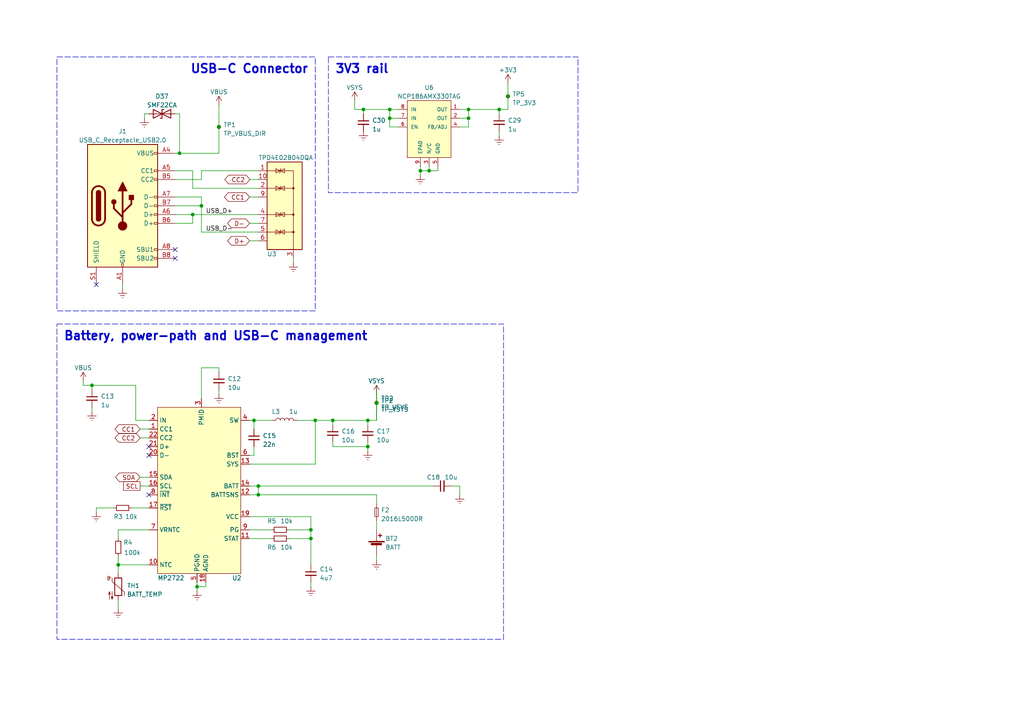
<source format=kicad_sch>
(kicad_sch (version 20230121) (generator eeschema)
  (paper "A4")
  (title_block (title "Aitken - Power") (date "2023-10-29") (rev "0.1") (company "b1u3-22"))
  (lib_symbols
    (symbol "Battery_ICs:MP2722"
      (property "Reference" "U" (at 19.05 -12.7 0))
      (property "Value" "MP2722" (at -5.08 -12.7 0))
      (symbol "MP2722_1_1"
        (rectangle (start -5.08 36.83) (end 19.05 -11.43) (fill (type background)))
        (pin bidirectional line (at -7.62 30.48 0) (length 2.54) (name "CC1") (number "1"))
        (pin passive line (at -7.62 -8.89 0) (length 2.54) (name "NTC") (number "10"))
        (pin passive line (at 21.59 -1.27 180) (length 2.54) (name "STAT") (number "11"))
        (pin passive line (at 21.59 11.43 180) (length 2.54) (name "BATTSNS") (number "12"))
        (pin passive line (at 21.59 20.32 180) (length 2.54) (name "SYS") (number "13"))
        (pin passive line (at 21.59 13.97 180) (length 2.54) (name "BATT") (number "14"))
        (pin bidirectional line (at -7.62 16.51 0) (length 2.54) (name "SDA") (number "15"))
        (pin bidirectional line (at -7.62 13.97 0) (length 2.54) (name "SCL") (number "16"))
        (pin input line (at -7.62 7.62 0) (length 2.54) (name "~{RST}") (number "17"))
        (pin passive line (at 8.89 -13.97 90) (length 2.54) (name "AGND") (number "18"))
        (pin passive line (at 21.59 5.08 180) (length 2.54) (name "VCC") (number "19"))
        (pin power_in line (at -7.62 33.02 0) (length 2.54) (name "IN") (number "2"))
        (pin passive line (at -7.62 22.86 0) (length 2.54) (name "D-") (number "20"))
        (pin passive line (at -7.62 25.4 0) (length 2.54) (name "D+") (number "21"))
        (pin bidirectional line (at -7.62 27.94 0) (length 2.54) (name "CC2") (number "22"))
        (pin passive line (at 7.62 39.37 270) (length 2.54) (name "PMID") (number "3"))
        (pin passive line (at 21.59 33.02 180) (length 2.54) (name "SW") (number "4"))
        (pin passive line (at 6.35 -13.97 90) (length 2.54) (name "PGND") (number "5"))
        (pin passive line (at 21.59 22.86 180) (length 2.54) (name "BST") (number "6"))
        (pin passive line (at -7.62 1.27 0) (length 2.54) (name "VRNTC") (number "7"))
        (pin passive line (at -7.62 11.43 0) (length 2.54) (name "~{INT}") (number "8"))
        (pin passive line (at 21.59 1.27 180) (length 2.54) (name "PG") (number "9"))
      )
    )
    (symbol "Connector:TestPoint_Small" (pin_numbers hide) (pin_names (offset 0.762) hide)
      (property "Reference" "TP" (at 0 3.81 0))
      (property "Value" "TestPoint_Small" (at 0 2.032 0))
      (symbol "TestPoint_Small_0_1"
        (circle (center 0 0) (radius 0.508))
      )
      (symbol "TestPoint_Small_1_1"
        (pin passive line (at 0 0 90) (length 0) (name "1") (number "1"))
      )
    )
    (symbol "Connector:USB_C_Receptacle_USB2.0" (pin_names (offset 1.016))
      (property "Reference" "J" (at -10.16 19.05 0))
      (property "Value" "USB_C_Receptacle_USB2.0" (at 19.05 19.05 0))
      (symbol "USB_C_Receptacle_USB2.0_0_0"
        (rectangle (start -0.254 -17.78) (end 0.254 -16.764))
        (rectangle (start 10.16 -14.986) (end 9.144 -15.494))
        (rectangle (start 10.16 -12.446) (end 9.144 -12.954))
        (rectangle (start 10.16 -4.826) (end 9.144 -5.334))
        (rectangle (start 10.16 -2.286) (end 9.144 -2.794))
        (rectangle (start 10.16 0.254) (end 9.144 -0.254))
        (rectangle (start 10.16 2.794) (end 9.144 2.286))
        (rectangle (start 10.16 7.874) (end 9.144 7.366))
        (rectangle (start 10.16 10.414) (end 9.144 9.906))
        (rectangle (start 10.16 15.494) (end 9.144 14.986))
      )
      (symbol "USB_C_Receptacle_USB2.0_0_1"
        (rectangle (start -10.16 17.78) (end 10.16 -17.78) (stroke (width 0.254)) (fill (type background)))
        (arc (start -8.89 -3.81) (mid -6.985 -5.7067) (end -5.08 -3.81) (stroke (width 0.508)))
        (arc (start -7.62 -3.81) (mid -6.985 -4.4423) (end -6.35 -3.81) (stroke (width 0.254)))
        (arc (start -7.62 -3.81) (mid -6.985 -4.4423) (end -6.35 -3.81) (stroke (width 0.254)) (fill (type outline)))
        (rectangle (start -7.62 -3.81) (end -6.35 3.81) (stroke (width 0.254)) (fill (type outline)))
        (arc (start -6.35 3.81) (mid -6.985 4.4423) (end -7.62 3.81) (stroke (width 0.254)))
        (arc (start -6.35 3.81) (mid -6.985 4.4423) (end -7.62 3.81) (stroke (width 0.254)) (fill (type outline)))
        (arc (start -5.08 3.81) (mid -6.985 5.7067) (end -8.89 3.81) (stroke (width 0.508)))
        (circle (center -2.54 1.143) (radius 0.635) (stroke (width 0.254)) (fill (type outline)))
        (circle (center 0 -5.842) (radius 1.27) (fill (type outline)))
        (polyline (pts (xy -8.89 -3.81) (xy -8.89 3.81)) (stroke (width 0.508)))
        (polyline (pts (xy -5.08 3.81) (xy -5.08 -3.81)) (stroke (width 0.508)))
        (polyline (pts (xy 0 -5.842) (xy 0 4.318)) (stroke (width 0.508)))
        (polyline (pts (xy 0 -3.302) (xy -2.54 -0.762) (xy -2.54 0.508)) (stroke (width 0.508)))
        (polyline (pts (xy 0 -2.032) (xy 2.54 0.508) (xy 2.54 1.778)) (stroke (width 0.508)))
        (polyline (pts (xy -1.27 4.318) (xy 0 6.858) (xy 1.27 4.318) (xy -1.27 4.318)) (stroke (width 0.254)) (fill (type outline)))
        (rectangle (start 1.905 1.778) (end 3.175 3.048) (stroke (width 0.254)) (fill (type outline)))
      )
      (symbol "USB_C_Receptacle_USB2.0_1_1"
        (pin passive line (at 0 -22.86 90) (length 5.08) (name "GND") (number "A1"))
        (pin passive line (at 0 -22.86 90) (length 5.08) hide (name "GND") (number "A12"))
        (pin passive line (at 15.24 15.24 180) (length 5.08) (name "VBUS") (number "A4"))
        (pin bidirectional line (at 15.24 10.16 180) (length 5.08) (name "CC1") (number "A5"))
        (pin bidirectional line (at 15.24 -2.54 180) (length 5.08) (name "D+") (number "A6"))
        (pin bidirectional line (at 15.24 2.54 180) (length 5.08) (name "D-") (number "A7"))
        (pin bidirectional line (at 15.24 -12.7 180) (length 5.08) (name "SBU1") (number "A8"))
        (pin passive line (at 15.24 15.24 180) (length 5.08) hide (name "VBUS") (number "A9"))
        (pin passive line (at 0 -22.86 90) (length 5.08) hide (name "GND") (number "B1"))
        (pin passive line (at 0 -22.86 90) (length 5.08) hide (name "GND") (number "B12"))
        (pin passive line (at 15.24 15.24 180) (length 5.08) hide (name "VBUS") (number "B4"))
        (pin bidirectional line (at 15.24 7.62 180) (length 5.08) (name "CC2") (number "B5"))
        (pin bidirectional line (at 15.24 -5.08 180) (length 5.08) (name "D+") (number "B6"))
        (pin bidirectional line (at 15.24 0 180) (length 5.08) (name "D-") (number "B7"))
        (pin bidirectional line (at 15.24 -15.24 180) (length 5.08) (name "SBU2") (number "B8"))
        (pin passive line (at 15.24 15.24 180) (length 5.08) hide (name "VBUS") (number "B9"))
        (pin passive line (at -7.62 -22.86 90) (length 5.08) (name "SHIELD") (number "S1"))
      )
    )
    (symbol "Device:Battery_Cell" (pin_numbers hide) (pin_names (offset 0) hide)
      (property "Reference" "BT" (at 2.54 2.54 0))
      (property "Value" "Battery_Cell" (at 2.54 0 0))
      (symbol "Battery_Cell_0_1"
        (rectangle (start -2.286 1.778) (end 2.286 1.524) (fill (type outline)))
        (rectangle (start -1.5748 1.1938) (end 1.4732 0.6858) (fill (type outline)))
        (polyline (pts (xy 0 0.762) (xy 0 0)))
        (polyline (pts (xy 0 1.778) (xy 0 2.54)))
        (polyline (pts (xy 0.508 3.429) (xy 1.524 3.429)) (stroke (width 0.254)))
        (polyline (pts (xy 1.016 3.937) (xy 1.016 2.921)) (stroke (width 0.254)))
      )
      (symbol "Battery_Cell_1_1"
        (pin passive line (at 0 5.08 270) (length 2.54) (name "+") (number "1"))
        (pin passive line (at 0 -2.54 90) (length 2.54) (name "-") (number "2"))
      )
    )
    (symbol "Device:C_Small" (pin_numbers hide) (pin_names (offset 0.254) hide)
      (property "Reference" "C" (at 0.254 1.778 0))
      (property "Value" "C_Small" (at 0.254 -2.032 0))
      (symbol "C_Small_0_1"
        (polyline (pts (xy -1.524 -0.508) (xy 1.524 -0.508)) (stroke (width 0.3302)))
        (polyline (pts (xy -1.524 0.508) (xy 1.524 0.508)) (stroke (width 0.3048)))
      )
      (symbol "C_Small_1_1"
        (pin passive line (at 0 2.54 270) (length 2.032) (name "~") (number "1"))
        (pin passive line (at 0 -2.54 90) (length 2.032) (name "~") (number "2"))
      )
    )
    (symbol "Device:D_TVS" (pin_numbers hide) (pin_names (offset 1.016) hide)
      (property "Reference" "D" (at 0 2.54 0))
      (property "Value" "D_TVS" (at 0 -2.54 0))
      (symbol "D_TVS_0_1"
        (polyline (pts (xy 1.27 0) (xy -1.27 0)))
        (polyline (pts (xy 0.508 1.27) (xy 0 1.27) (xy 0 -1.27) (xy -0.508 -1.27)) (stroke (width 0.254)))
        (polyline (pts (xy -2.54 1.27) (xy -2.54 -1.27) (xy 2.54 1.27) (xy 2.54 -1.27) (xy -2.54 1.27)) (stroke (width 0.254)))
      )
      (symbol "D_TVS_1_1"
        (pin passive line (at -3.81 0 0) (length 2.54) (name "A1") (number "1"))
        (pin passive line (at 3.81 0 180) (length 2.54) (name "A2") (number "2"))
      )
    )
    (symbol "Device:Fuse_Small" (pin_numbers hide) (pin_names (offset 0.254) hide)
      (property "Reference" "F" (at 0 -1.524 0))
      (property "Value" "Fuse_Small" (at 0 1.524 0))
      (symbol "Fuse_Small_0_1"
        (rectangle (start -1.27 0.508) (end 1.27 -0.508))
        (polyline (pts (xy -1.27 0) (xy 1.27 0)))
      )
      (symbol "Fuse_Small_1_1"
        (pin passive line (at -2.54 0 0) (length 1.27) (name "~") (number "1"))
        (pin passive line (at 2.54 0 180) (length 1.27) (name "~") (number "2"))
      )
    )
    (symbol "Device:L" (pin_numbers hide) (pin_names (offset 1.016) hide)
      (property "Reference" "L" (at -1.27 0 90))
      (property "Value" "L" (at 1.905 0 90))
      (symbol "L_0_1"
        (arc (start 0 -2.54) (mid 0.6323 -1.905) (end 0 -1.27))
        (arc (start 0 -1.27) (mid 0.6323 -0.635) (end 0 0))
        (arc (start 0 0) (mid 0.6323 0.635) (end 0 1.27))
        (arc (start 0 1.27) (mid 0.6323 1.905) (end 0 2.54))
      )
      (symbol "L_1_1"
        (pin passive line (at 0 3.81 270) (length 1.27) (name "1") (number "1"))
        (pin passive line (at 0 -3.81 90) (length 1.27) (name "2") (number "2"))
      )
    )
    (symbol "Device:R_Small" (pin_numbers hide) (pin_names (offset 0.254) hide)
      (property "Reference" "R" (at 0.762 0.508 0))
      (property "Value" "R_Small" (at 0.762 -1.016 0))
      (symbol "R_Small_0_1"
        (rectangle (start -0.762 1.778) (end 0.762 -1.778) (stroke (width 0.2032)))
      )
      (symbol "R_Small_1_1"
        (pin passive line (at 0 2.54 270) (length 0.762) (name "~") (number "1"))
        (pin passive line (at 0 -2.54 90) (length 0.762) (name "~") (number "2"))
      )
    )
    (symbol "Device:Thermistor_NTC" (pin_numbers hide) (pin_names (offset 0))
      (property "Reference" "TH" (at -4.445 0 90))
      (property "Value" "Thermistor_NTC" (at 3.175 0 90))
      (symbol "Thermistor_NTC_0_1"
        (arc (start -3.048 2.159) (mid -3.0495 2.3143) (end -3.175 2.413))
        (arc (start -3.048 2.159) (mid -2.9736 1.9794) (end -2.794 1.905))
        (arc (start -3.048 2.794) (mid -2.9736 2.6144) (end -2.794 2.54))
        (arc (start -2.794 1.905) (mid -2.6144 1.9794) (end -2.54 2.159))
        (arc (start -2.794 2.54) (mid -2.4393 2.5587) (end -2.159 2.794))
        (arc (start -2.794 3.048) (mid -2.9736 2.9736) (end -3.048 2.794))
        (arc (start -2.54 2.794) (mid -2.6144 2.9736) (end -2.794 3.048))
        (rectangle (start -1.016 2.54) (end 1.016 -2.54) (stroke (width 0.254)))
        (polyline (pts (xy -2.54 2.159) (xy -2.54 2.794)))
        (polyline (pts (xy -1.778 2.54) (xy -1.778 1.524) (xy 1.778 -1.524) (xy 1.778 -2.54)))
        (polyline (pts (xy -2.54 -3.683) (xy -2.54 -1.397) (xy -2.794 -2.159) (xy -2.286 -2.159) (xy -2.54 -1.397) (xy -2.54 -1.651)) (fill (type outline)))
        (polyline (pts (xy -1.778 -1.397) (xy -1.778 -3.683) (xy -2.032 -2.921) (xy -1.524 -2.921) (xy -1.778 -3.683) (xy -1.778 -3.429)) (fill (type outline)))
      )
      (symbol "Thermistor_NTC_1_1"
        (pin passive line (at 0 3.81 270) (length 1.27) (name "~") (number "1"))
        (pin passive line (at 0 -3.81 90) (length 1.27) (name "~") (number "2"))
      )
    )
    (symbol "Power_Protection:TPD4E02B04DQA" (pin_names hide)
      (property "Reference" "U" (at 2.54 -11.43 0))
      (property "Value" "TPD4E02B04DQA" (at 7.62 1.905 0))
      (symbol "TPD4E02B04DQA_0_0"
        (pin passive line (at 2.54 -15.24 90) (length 2.54) (name "G") (number "3"))
      )
      (symbol "TPD4E02B04DQA_0_1"
        (rectangle (start -5.08 12.7) (end 5.08 -12.7) (stroke (width 0.254)) (fill (type background)))
        (polyline (pts (xy -5.08 -7.62) (xy 2.54 -7.62)))
        (polyline (pts (xy -5.08 -2.54) (xy 2.54 -2.54)))
        (polyline (pts (xy -5.08 5.08) (xy 2.54 5.08)))
        (polyline (pts (xy -5.08 10.16) (xy 2.54 10.16)))
        (polyline (pts (xy 2.54 10.16) (xy 2.54 -12.7)) (stroke (width 0.1524)))
        (polyline (pts (xy -1.27 -7.62) (xy 0 -8.255) (xy 0 -6.985) (xy -1.27 -7.62)))
        (polyline (pts (xy -1.27 -2.54) (xy 0 -3.175) (xy 0 -1.905) (xy -1.27 -2.54)))
        (polyline (pts (xy -1.27 5.08) (xy 0 4.445) (xy 0 5.715) (xy -1.27 5.08)))
        (polyline (pts (xy -1.27 10.16) (xy 0 9.525) (xy 0 10.795) (xy -1.27 10.16)))
        (circle (center 2.54 -7.62) (radius 0.254) (fill (type outline)))
        (circle (center 2.54 -2.54) (radius 0.254) (fill (type outline)))
        (circle (center 2.54 5.08) (radius 0.254) (fill (type outline)))
      )
      (symbol "TPD4E02B04DQA_1_1"
        (polyline (pts (xy -1.524 -8.255) (xy -1.27 -8.001) (xy -1.27 -7.239) (xy -1.016 -6.985)))
        (polyline (pts (xy -1.524 -3.175) (xy -1.27 -2.921) (xy -1.27 -2.159) (xy -1.016 -1.905)))
        (polyline (pts (xy -1.524 4.445) (xy -1.27 4.699) (xy -1.27 5.461) (xy -1.016 5.715)))
        (polyline (pts (xy -1.524 9.525) (xy -1.27 9.779) (xy -1.27 10.541) (xy -1.016 10.795)))
        (polyline (pts (xy -1.27 -7.62) (xy -2.54 -8.255) (xy -2.54 -6.985) (xy -1.27 -7.62)))
        (polyline (pts (xy -1.27 -2.54) (xy -2.54 -3.175) (xy -2.54 -1.905) (xy -1.27 -2.54)))
        (polyline (pts (xy -1.27 5.08) (xy -2.54 4.445) (xy -2.54 5.715) (xy -1.27 5.08)))
        (polyline (pts (xy -1.27 10.16) (xy -2.54 9.525) (xy -2.54 10.795) (xy -1.27 10.16)))
        (pin passive line (at -7.62 10.16 0) (length 2.54) (name "IO1") (number "1"))
        (pin free line (at -7.62 7.62 0) (length 2.54) (name "NC") (number "10"))
        (pin passive line (at -7.62 5.08 0) (length 2.54) (name "IO2") (number "2"))
        (pin passive line (at -7.62 -2.54 0) (length 2.54) (name "IO3") (number "4"))
        (pin passive line (at -7.62 -7.62 0) (length 2.54) (name "IO4") (number "5"))
        (pin free line (at -7.62 -10.16 0) (length 2.54) (name "NC") (number "6"))
        (pin free line (at -7.62 -5.08 0) (length 2.54) (name "NC") (number "7"))
        (pin passive line (at 2.54 -15.24 90) (length 2.54) hide (name "G") (number "8"))
        (pin free line (at -7.62 2.54 0) (length 2.54) (name "NC") (number "9"))
      )
    )
    (symbol "Snapeda:NCP186AMX330TAG" (pin_names (offset 1.016))
      (property "Reference" "U6" (at 1.27 -5.08 0))
      (property "Value" "NCP186AMX330TAG" (at -3.81 15.24 0))
      (symbol "NCP186AMX330TAG_0_0"
        (rectangle (start -10.16 13.97) (end 2.54 -2.54) (stroke (width 0.1524)) (fill (type background)))
      )
      (symbol "NCP186AMX330TAG_1_0"
        (pin output line (at 5.08 11.43 180) (length 2.54) (name "OUT") (number "1"))
        (pin output line (at 5.08 8.89 180) (length 2.54) (name "OUT") (number "2"))
        (pin passive line (at -3.81 -5.08 90) (length 2.54) (name "N/C") (number "3"))
        (pin input line (at 5.08 6.35 180) (length 2.54) (name "FB/ADJ") (number "4"))
        (pin power_in line (at -1.27 -5.08 90) (length 2.54) (name "GND") (number "5"))
        (pin input line (at -12.7 6.35 0) (length 2.54) (name "EN") (number "6"))
        (pin input line (at -12.7 8.89 0) (length 2.54) (name "IN") (number "7"))
        (pin input line (at -12.7 11.43 0) (length 2.54) (name "IN") (number "8"))
        (pin power_in line (at -6.35 -5.08 90) (length 2.54) (name "EPAD") (number "9"))
      )
    )
    (symbol "more_power:VSYS" (power) (pin_names (offset 0))
      (property "Value" "VSYS" (at 0 3.81 0))
      (symbol "VSYS_0_1"
        (polyline (pts (xy -0.762 1.27) (xy 0 2.54)))
        (polyline (pts (xy 0 0) (xy 0 2.54)))
        (polyline (pts (xy 0 2.54) (xy 0.762 1.27)))
      )
      (symbol "VSYS_1_1"
        (pin power_in line (at 0 0 90) (length 0) hide (name "VSYS") (number "1"))
      )
    )
    (symbol "power:+3V3" (power) (pin_names (offset 0))
      (property "Value" "+3V3" (at 0 3.556 0))
      (symbol "+3V3_0_1"
        (polyline (pts (xy -0.762 1.27) (xy 0 2.54)))
        (polyline (pts (xy 0 0) (xy 0 2.54)))
        (polyline (pts (xy 0 2.54) (xy 0.762 1.27)))
      )
      (symbol "+3V3_1_1"
        (pin power_in line (at 0 0 90) (length 0) hide (name "+3V3") (number "1"))
      )
    )
    (symbol "power:Earth" (power) (pin_names (offset 0))
      (symbol "Earth_0_1"
        (polyline (pts (xy -0.635 -1.905) (xy 0.635 -1.905)))
        (polyline (pts (xy -0.127 -2.54) (xy 0.127 -2.54)))
        (polyline (pts (xy 0 -1.27) (xy 0 0)))
        (polyline (pts (xy 1.27 -1.27) (xy -1.27 -1.27)))
      )
      (symbol "Earth_1_1"
        (pin power_in line (at 0 0 270) (length 0) hide (name "Earth") (number "1"))
      )
    )
    (symbol "power:VBUS" (power) (pin_names (offset 0))
      (property "Value" "VBUS" (at 0 3.81 0))
      (symbol "VBUS_0_1"
        (polyline (pts (xy -0.762 1.27) (xy 0 2.54)))
        (polyline (pts (xy 0 0) (xy 0 2.54)))
        (polyline (pts (xy 0 2.54) (xy 0.762 1.27)))
      )
      (symbol "VBUS_1_1"
        (pin power_in line (at 0 0 90) (length 0) hide (name "VBUS") (number "1"))
      )
    )
  )
  (junction (at 96.52 121.92))
  (junction (at 147.32 27.94))
  (junction (at 74.93 143.51))
  (junction (at 121.92 49.53))
  (junction (at 135.89 34.29))
  (junction (at 57.15 170.18))
  (junction (at 55.88 62.23))
  (junction (at 124.46 49.53))
  (junction (at 91.44 121.92))
  (junction (at 58.42 59.69))
  (junction (at 113.03 34.29))
  (junction (at 26.67 111.76))
  (junction (at 106.68 121.92))
  (junction (at 106.68 129.54))
  (junction (at 74.93 140.97))
  (junction (at 109.22 116.84))
  (junction (at 34.29 163.83))
  (junction (at 105.41 31.75))
  (junction (at 109.22 116.84))
  (junction (at 135.89 31.75))
  (junction (at 90.17 156.21))
  (junction (at 90.17 153.67))
  (junction (at 63.5 36.83))
  (junction (at 52.07 44.45))
  (junction (at 73.66 121.92))
  (junction (at 144.78 31.75))
  (junction (at 113.03 31.75))
  (no_connect (at 27.94 82.55))
  (no_connect (at 50.8 74.93))
  (no_connect (at 50.8 72.39))
  (no_connect (at 43.18 132.08))
  (no_connect (at 43.18 129.54))
  (no_connect (at 43.18 143.51))
  (wire (pts (xy 58.42 52.07) (xy 58.42 49.53)))
  (wire (pts (xy 106.68 121.92) (xy 109.22 121.92)))
  (wire (pts (xy 57.15 168.91) (xy 57.15 170.18)))
  (wire (pts (xy 72.39 121.92) (xy 73.66 121.92)))
  (wire (pts (xy 40.64 140.97) (xy 43.18 140.97)))
  (wire (pts (xy 58.42 49.53) (xy 74.93 49.53)))
  (wire (pts (xy 73.66 121.92) (xy 78.74 121.92)))
  (wire (pts (xy 50.8 62.23) (xy 55.88 62.23)))
  (wire (pts (xy 38.1 147.32) (xy 43.18 147.32)))
  (wire (pts (xy 39.37 111.76) (xy 39.37 121.92)))
  (wire (pts (xy 55.88 54.61) (xy 74.93 54.61)))
  (wire (pts (xy 113.03 31.75) (xy 115.57 31.75)))
  (wire (pts (xy 91.44 121.92) (xy 86.36 121.92)))
  (wire (pts (xy 90.17 149.86) (xy 90.17 153.67)))
  (wire (pts (xy 34.29 163.83) (xy 43.18 163.83)))
  (wire (pts (xy 90.17 156.21) (xy 90.17 163.83)))
  (wire (pts (xy 90.17 168.91) (xy 90.17 170.18)))
  (wire (pts (xy 57.15 170.18) (xy 57.15 171.45)))
  (wire (pts (xy 83.82 156.21) (xy 90.17 156.21)))
  (wire (pts (xy 72.39 134.62) (xy 91.44 134.62)))
  (wire (pts (xy 24.13 111.76) (xy 26.67 111.76)))
  (wire (pts (xy 24.13 110.49) (xy 24.13 111.76)))
  (wire (pts (xy 109.22 143.51) (xy 109.22 146.05)))
  (wire (pts (xy 52.07 44.45) (xy 63.5 44.45)))
  (wire (pts (xy 133.35 31.75) (xy 135.89 31.75)))
  (wire (pts (xy 96.52 121.92) (xy 106.68 121.92)))
  (wire (pts (xy 124.46 49.53) (xy 127 49.53)))
  (wire (pts (xy 91.44 134.62) (xy 91.44 121.92)))
  (wire (pts (xy 90.17 153.67) (xy 90.17 156.21)))
  (wire (pts (xy 133.35 36.83) (xy 135.89 36.83)))
  (wire (pts (xy 50.8 57.15) (xy 58.42 57.15)))
  (wire (pts (xy 109.22 151.13) (xy 109.22 153.67)))
  (wire (pts (xy 55.88 62.23) (xy 55.88 64.77)))
  (wire (pts (xy 34.29 153.67) (xy 43.18 153.67)))
  (wire (pts (xy 50.8 49.53) (xy 55.88 49.53)))
  (wire (pts (xy 144.78 38.1) (xy 144.78 39.37)))
  (wire (pts (xy 63.5 36.83) (xy 63.5 30.48)))
  (wire (pts (xy 121.92 49.53) (xy 121.92 50.8)))
  (wire (pts (xy 73.66 121.92) (xy 73.66 124.46)))
  (wire (pts (xy 63.5 113.03) (xy 63.5 114.3)))
  (wire (pts (xy 34.29 173.99) (xy 34.29 176.53)))
  (wire (pts (xy 85.09 76.2) (xy 85.09 74.93)))
  (wire (pts (xy 147.32 31.75) (xy 147.32 27.94)))
  (wire (pts (xy 50.8 52.07) (xy 58.42 52.07)))
  (wire (pts (xy 91.44 121.92) (xy 96.52 121.92)))
  (wire (pts (xy 144.78 31.75) (xy 147.32 31.75)))
  (wire (pts (xy 34.29 156.21) (xy 34.29 153.67)))
  (wire (pts (xy 109.22 116.84) (xy 109.22 114.3)))
  (wire (pts (xy 58.42 67.31) (xy 74.93 67.31)))
  (wire (pts (xy 27.94 148.59) (xy 27.94 147.32)))
  (wire (pts (xy 113.03 34.29) (xy 115.57 34.29)))
  (wire (pts (xy 105.41 31.75) (xy 102.87 31.75)))
  (wire (pts (xy 34.29 163.83) (xy 34.29 166.37)))
  (wire (pts (xy 55.88 62.23) (xy 74.93 62.23)))
  (wire (pts (xy 57.15 170.18) (xy 59.69 170.18)))
  (wire (pts (xy 72.39 143.51) (xy 74.93 143.51)))
  (wire (pts (xy 144.78 31.75) (xy 144.78 33.02)))
  (wire (pts (xy 106.68 121.92) (xy 106.68 123.19)))
  (wire (pts (xy 72.39 140.97) (xy 74.93 140.97)))
  (wire (pts (xy 58.42 57.15) (xy 58.42 59.69)))
  (wire (pts (xy 74.93 143.51) (xy 109.22 143.51)))
  (wire (pts (xy 96.52 129.54) (xy 106.68 129.54)))
  (wire (pts (xy 109.22 161.29) (xy 109.22 162.56)))
  (wire (pts (xy 50.8 44.45) (xy 52.07 44.45)))
  (wire (pts (xy 52.07 33.02) (xy 50.8 33.02)))
  (wire (pts (xy 72.39 149.86) (xy 90.17 149.86)))
  (wire (pts (xy 135.89 36.83) (xy 135.89 34.29)))
  (wire (pts (xy 58.42 115.57) (xy 58.42 106.68)))
  (wire (pts (xy 58.42 59.69) (xy 58.42 67.31)))
  (wire (pts (xy 50.8 64.77) (xy 55.88 64.77)))
  (wire (pts (xy 127 49.53) (xy 127 48.26)))
  (wire (pts (xy 96.52 128.27) (xy 96.52 129.54)))
  (wire (pts (xy 72.39 153.67) (xy 78.74 153.67)))
  (wire (pts (xy 40.64 127) (xy 43.18 127)))
  (wire (pts (xy 26.67 119.38) (xy 26.67 118.11)))
  (wire (pts (xy 72.39 52.07) (xy 74.93 52.07)))
  (wire (pts (xy 26.67 111.76) (xy 39.37 111.76)))
  (wire (pts (xy 133.35 34.29) (xy 135.89 34.29)))
  (wire (pts (xy 72.39 69.85) (xy 74.93 69.85)))
  (wire (pts (xy 121.92 49.53) (xy 124.46 49.53)))
  (wire (pts (xy 121.92 49.53) (xy 121.92 48.26)))
  (wire (pts (xy 34.29 161.29) (xy 34.29 163.83)))
  (wire (pts (xy 130.81 140.97) (xy 133.35 140.97)))
  (wire (pts (xy 113.03 36.83) (xy 113.03 34.29)))
  (wire (pts (xy 109.22 116.84) (xy 109.22 121.92)))
  (wire (pts (xy 106.68 130.81) (xy 106.68 129.54)))
  (wire (pts (xy 135.89 34.29) (xy 135.89 31.75)))
  (wire (pts (xy 63.5 106.68) (xy 63.5 107.95)))
  (wire (pts (xy 72.39 64.77) (xy 74.93 64.77)))
  (wire (pts (xy 72.39 132.08) (xy 73.66 132.08)))
  (wire (pts (xy 109.22 121.92) (xy 109.22 116.84)))
  (wire (pts (xy 35.56 82.55) (xy 35.56 83.82)))
  (wire (pts (xy 74.93 140.97) (xy 125.73 140.97)))
  (wire (pts (xy 124.46 48.26) (xy 124.46 49.53)))
  (wire (pts (xy 74.93 140.97) (xy 74.93 143.51)))
  (wire (pts (xy 52.07 33.02) (xy 52.07 44.45)))
  (wire (pts (xy 109.22 111.76) (xy 109.22 116.84)))
  (wire (pts (xy 40.64 124.46) (xy 43.18 124.46)))
  (wire (pts (xy 106.68 128.27) (xy 106.68 129.54)))
  (wire (pts (xy 72.39 57.15) (xy 74.93 57.15)))
  (wire (pts (xy 41.91 34.29) (xy 41.91 33.02)))
  (wire (pts (xy 113.03 36.83) (xy 115.57 36.83)))
  (wire (pts (xy 133.35 140.97) (xy 133.35 143.51)))
  (wire (pts (xy 59.69 168.91) (xy 59.69 170.18)))
  (wire (pts (xy 40.64 138.43) (xy 43.18 138.43)))
  (wire (pts (xy 72.39 156.21) (xy 78.74 156.21)))
  (wire (pts (xy 63.5 44.45) (xy 63.5 36.83)))
  (wire (pts (xy 135.89 31.75) (xy 144.78 31.75)))
  (wire (pts (xy 39.37 121.92) (xy 43.18 121.92)))
  (wire (pts (xy 27.94 147.32) (xy 33.02 147.32)))
  (wire (pts (xy 105.41 31.75) (xy 105.41 33.02)))
  (wire (pts (xy 58.42 106.68) (xy 63.5 106.68)))
  (wire (pts (xy 96.52 121.92) (xy 96.52 123.19)))
  (wire (pts (xy 113.03 34.29) (xy 113.03 31.75)))
  (wire (pts (xy 83.82 153.67) (xy 90.17 153.67)))
  (wire (pts (xy 102.87 31.75) (xy 102.87 29.21)))
  (wire (pts (xy 41.91 33.02) (xy 43.18 33.02)))
  (wire (pts (xy 50.8 59.69) (xy 58.42 59.69)))
  (wire (pts (xy 113.03 31.75) (xy 105.41 31.75)))
  (wire (pts (xy 147.32 24.13) (xy 147.32 27.94)))
  (wire (pts (xy 73.66 132.08) (xy 73.66 129.54)))
  (wire (pts (xy 55.88 49.53) (xy 55.88 54.61)))
  (wire (pts (xy 26.67 111.76) (xy 26.67 113.03)))
  (text_box "Battery, power-path and USB-C management" (at 16.51 93.98 0) (size 129.54 91.44) (stroke (width 0) (type dash)) (effects (font (size 2.5 2.5) (thickness 0.5) bold) (justify left top)))
  (text_box "3V3 rail" (at 95.25 16.51 0) (size 72.39 39.37) (stroke (width 0) (type dash)) (effects (font (size 2.5 2.5) (thickness 0.5) bold) (justify left top)))
  (text_box "USB-C Connector" (at 16.51 16.51 0) (size 74.93 73.66) (stroke (width 0) (type dash)) (effects (font (size 2.5 2.5) (thickness 0.5) bold) (justify right top)))
  (label "USB_D+" (at 59.69 62.23 0))
  (label "USB_D-" (at 59.69 67.31 0))
  (global_label "SCL" (shape passive) (at 40.64 140.97 180) (property "Intersheetrefs" "${INTERSHEET_REFS}" (effects hide)))
  (global_label "CC1" (shape bidirectional) (at 40.64 124.46 180) (property "Intersheetrefs" "${INTERSHEET_REFS}" (effects hide)))
  (global_label "D+" (shape bidirectional) (at 72.39 69.85 180) (property "Intersheetrefs" "${INTERSHEET_REFS}" (effects hide)))
  (global_label "CC2" (shape bidirectional) (at 40.64 127 180) (property "Intersheetrefs" "${INTERSHEET_REFS}" (effects hide)))
  (global_label "SDA" (shape bidirectional) (at 40.64 138.43 180) (property "Intersheetrefs" "${INTERSHEET_REFS}" (effects hide)))
  (global_label "CC1" (shape bidirectional) (at 72.39 57.15 180) (property "Intersheetrefs" "${INTERSHEET_REFS}" (effects hide)))
  (global_label "CC2" (shape bidirectional) (at 72.4917 52.07 180) (property "Intersheetrefs" "${INTERSHEET_REFS}" (effects hide)))
  (global_label "D-" (shape bidirectional) (at 72.39 64.77 180) (property "Intersheetrefs" "${INTERSHEET_REFS}" (effects hide)))
  (symbol (lib_id "power:Earth") (at 90.17 170.18 0) (unit 1)
    (property "Reference" "#PWR019" (effects hide))
    (property "Value" "Earth" (effects hide))
  )
  (symbol (lib_id "power:Earth") (at 121.92 50.8 0) (unit 1)
    (property "Reference" "#PWR024" (effects hide))
    (property "Value" "Earth" (effects hide))
  )
  (symbol (lib_id "Device:R_Small") (at 81.28 156.21 90) (mirror x) (unit 1)
    (property "Reference" "R6" (at 77.47 158.75 90) (effects (justify right)))
    (property "Value" "10k" (at 81.28 158.75 90) (effects (justify right)))
    (property "Footprint" "Resistor_SMD:R_0402_1005Metric" (effects hide))
  )
  (symbol (lib_id "Device:R_Small") (at 81.28 153.67 90) (unit 1)
    (property "Reference" "R5" (at 77.47 151.13 90) (effects (justify right)))
    (property "Value" "10k" (at 81.28 151.13 90) (effects (justify right)))
    (property "Footprint" "Resistor_SMD:R_0402_1005Metric" (effects hide))
  )
  (symbol (lib_id "Device:L") (at 82.55 121.92 90) (unit 1)
    (property "Reference" "L3" (at 80.01 119.38 90))
    (property "Value" "1u" (at 85.09 119.38 90))
    (property "Footprint" "Inductor_SMD:L_1210_3225Metric" (effects hide))
  )
  (symbol (lib_id "power:VBUS") (at 24.13 110.49 0) (unit 1)
    (property "Reference" "#PWR017" (effects hide))
    (property "Value" "VBUS" (at 24.13 106.68 0))
  )
  (symbol (lib_id "power:Earth") (at 57.15 171.45 0) (unit 1)
    (property "Reference" "#PWR016" (effects hide))
    (property "Value" "Earth" (effects hide))
  )
  (symbol (lib_id "Connector:TestPoint_Small") (at 63.5 36.83 180) (unit 1)
    (property "Reference" "TP1" (at 64.77 36.195 0) (effects (justify right)))
    (property "Value" "TP_VBUS_DIR" (at 64.77 38.735 0) (effects (justify right)))
    (property "Footprint" "TestPoint:TestPoint_Pad_D2.0mm" (effects hide))
  )
  (symbol (lib_id "Connector:USB_C_Receptacle_USB2.0") (at 35.56 59.69 0) (unit 1)
    (property "Reference" "J1" (at 35.56 38.1 0))
    (property "Value" "USB_C_Receptacle_USB2.0" (at 35.56 40.64 0))
    (property "Footprint" "USB4085:GCT_USB4085-GF-A_REVB" (effects hide))
    (property "Datasheet" "https://www.usb.org/sites/default/files/documents/usb_type-c.zip" (effects hide))
  )
  (symbol (lib_id "power:Earth") (at 133.35 143.51 0) (unit 1)
    (property "Reference" "#PWR023" (effects hide))
    (property "Value" "Earth" (effects hide))
  )
  (symbol (lib_id "Device:C_Small") (at 26.67 115.57 0) (unit 1)
    (property "Reference" "C13" (at 29.21 114.9413 0) (effects (justify left)))
    (property "Value" "1u" (at 29.21 117.4813 0) (effects (justify left)))
    (property "Footprint" "Capacitor_SMD:C_0603_1608Metric" (effects hide))
  )
  (symbol (lib_id "power:+3V3") (at 147.32 24.13 0) (unit 1)
    (property "Reference" "#PWR045" (effects hide))
    (property "Value" "+3V3" (at 147.32 20.32 0))
  )
  (symbol (lib_id "Device:C_Small") (at 73.66 127 0) (unit 1)
    (property "Reference" "C15" (at 76.2 126.3713 0) (effects (justify left)))
    (property "Value" "22n" (at 76.2 128.9113 0) (effects (justify left)))
    (property "Footprint" "Capacitor_SMD:C_0603_1608Metric" (effects hide))
  )
  (symbol (lib_id "power:Earth") (at 34.29 176.53 0) (unit 1)
    (property "Reference" "#PWR025" (effects hide))
    (property "Value" "Earth" (effects hide))
  )
  (symbol (lib_id "power:Earth") (at 41.91 34.29 0) (unit 1)
    (property "Reference" "#PWR013" (effects hide))
    (property "Value" "Earth" (effects hide))
  )
  (symbol (lib_id "power:Earth") (at 85.09 76.2 0) (unit 1)
    (property "Reference" "#PWR012" (effects hide))
    (property "Value" "Earth" (effects hide))
  )
  (symbol (lib_id "more_power:VSYS") (at 102.87 29.21 0) (unit 1)
    (property "Reference" "#PWR048" (effects hide))
    (property "Value" "VSYS" (at 102.87 25.4 0))
  )
  (symbol (lib_id "Battery_ICs:MP2722") (at 50.8 154.94 0) (unit 1)
    (property "Reference" "U2" (at 67.31 167.64 0) (effects (justify left)))
    (property "Value" "MP2722" (at 45.72 167.64 0) (effects (justify left)))
    (property "Footprint" "QFN-22:MP2722GRH0000Z" (effects hide))
    (property "Datasheet" "https://www.monolithicpower.com/en/documentview/productdocument/index/version/2/document_type/Datasheet/lang/en/sku/MP2722GRH/document_id/10035/" (effects hide))
  )
  (symbol (lib_id "Device:R_Small") (at 34.29 158.75 180) (unit 1)
    (property "Reference" "R4" (at 35.7572 156.6218 0) (effects (justify right bottom)))
    (property "Value" "100k" (at 35.9544 159.5736 0) (effects (justify right bottom)))
    (property "Footprint" "Resistor_SMD:R_0603_1608Metric" (effects hide))
  )
  (symbol (lib_id "Connector:TestPoint_Small") (at 109.22 116.84 180) (unit 1)
    (property "Reference" "TP2" (at 110.49 115.57 0) (effects (justify right)))
    (property "Value" "TP_VSYS" (at 110.49 118.11 0) (effects (justify right)))
    (property "Footprint" "TestPoint:TestPoint_Pad_D2.0mm" (effects hide))
  )
  (symbol (lib_id "Device:C_Small") (at 96.52 125.73 0) (unit 1)
    (property "Reference" "C16" (at 99.06 125.1013 0) (effects (justify left)))
    (property "Value" "10u" (at 99.06 127.6413 0) (effects (justify left)))
    (property "Footprint" "Capacitor_SMD:C_0805_2012Metric" (effects hide))
  )
  (symbol (lib_id "Device:D_TVS") (at 46.99 33.02 0) (unit 1)
    (property "Reference" "D37" (at 46.99 27.94 0))
    (property "Value" "SMF22CA" (at 46.99 30.48 0))
    (property "Footprint" "Diode_SMD:D_SOD-123F" (effects hide))
  )
  (symbol (lib_id "Device:R_Small") (at 35.56 147.32 90) (unit 1)
    (property "Reference" "R3" (at 34.29 149.86 90))
    (property "Value" "10k" (at 38.1 149.86 90))
    (property "Footprint" "Resistor_SMD:R_0402_1005Metric" (effects hide))
  )
  (symbol (lib_id "power:Earth") (at 35.56 83.82 0) (unit 1)
    (property "Reference" "#PWR011" (effects hide))
    (property "Value" "Earth" (effects hide))
  )
  (symbol (lib_id "Device:C_Small") (at 106.68 125.73 0) (unit 1)
    (property "Reference" "C17" (at 109.22 125.1013 0) (effects (justify left)))
    (property "Value" "10u" (at 109.22 127.6413 0) (effects (justify left)))
    (property "Footprint" "Capacitor_SMD:C_0805_2012Metric" (effects hide))
  )
  (symbol (lib_id "power:Earth") (at 27.94 148.59 0) (unit 1)
    (property "Reference" "#PWR015" (effects hide))
    (property "Value" "Earth" (effects hide))
  )
  (symbol (lib_id "power:Earth") (at 26.67 119.38 0) (unit 1)
    (property "Reference" "#PWR018" (effects hide))
    (property "Value" "Earth" (effects hide))
  )
  (symbol (lib_id "power:Earth") (at 105.41 38.1 0) (unit 1)
    (property "Reference" "#PWR047" (effects hide))
    (property "Value" "Earth" (effects hide))
  )
  (symbol (lib_id "Device:C_Small") (at 144.78 35.56 0) (unit 1)
    (property "Reference" "C29" (at 147.32 34.9313 0) (effects (justify left)))
    (property "Value" "1u" (at 147.32 37.4713 0) (effects (justify left)))
    (property "Footprint" "Capacitor_SMD:C_0603_1608Metric" (effects hide))
  )
  (symbol (lib_id "Device:C_Small") (at 105.41 35.56 0) (unit 1)
    (property "Reference" "C30" (at 107.95 34.9313 0) (effects (justify left)))
    (property "Value" "1u" (at 107.95 37.4713 0) (effects (justify left)))
    (property "Footprint" "Capacitor_SMD:C_0603_1608Metric" (effects hide))
  )
  (symbol (lib_id "power:Earth") (at 63.5 114.3 0) (unit 1)
    (property "Reference" "#PWR010" (effects hide))
    (property "Value" "Earth" (effects hide))
  )
  (symbol (lib_id "Connector:TestPoint_Small") (at 109.22 116.84 180) (unit 1)
    (property "Reference" "TP2" (at 110.49 116.205 0) (effects (justify right)))
    (property "Value" "TP_VSYS" (at 110.49 118.745 0) (effects (justify right)))
    (property "Footprint" "TestPoint:TestPoint_Pad_D2.0mm" (effects hide))
  )
  (symbol (lib_id "power:VBUS") (at 63.5 30.48 0) (unit 1)
    (property "Reference" "#PWR014" (effects hide))
    (property "Value" "VBUS" (at 63.5 26.67 0))
  )
  (symbol (lib_id "Power_Protection:TPD4E02B04DQA") (at 82.55 59.69 0) (unit 1)
    (property "Reference" "U3" (at 77.47 73.66 0) (effects (justify left)))
    (property "Value" "TPD4E02B04DQA" (at 74.93 45.72 0) (effects (justify left)))
    (property "Footprint" "Package_SON:USON-10_2.5x1.0mm_P0.5mm" (effects hide))
    (property "Datasheet" "http://www.ti.com/lit/ds/symlink/tpd4e02b04.pdf" (effects hide))
  )
  (symbol (lib_id "Connector:TestPoint_Small") (at 147.32 27.94 180) (unit 1)
    (property "Reference" "TP5" (at 148.59 27.305 0) (effects (justify right)))
    (property "Value" "TP_3V3" (at 148.59 29.845 0) (effects (justify right)))
    (property "Footprint" "TestPoint:TestPoint_Pad_D2.0mm" (effects hide))
  )
  (symbol (lib_id "Device:Thermistor_NTC") (at 34.29 170.18 0) (unit 1)
    (property "Reference" "TH1" (at 36.83 169.8625 0) (effects (justify left)))
    (property "Value" "BATT_TEMP" (at 36.83 172.4025 0) (effects (justify left)))
    (property "Footprint" "Resistor_SMD:R_0402_1005Metric" (effects hide))
  )
  (symbol (lib_id "power:Earth") (at 109.22 162.56 0) (unit 1)
    (property "Reference" "#PWR022" (effects hide))
    (property "Value" "Earth" (effects hide))
  )
  (symbol (lib_id "Device:Battery_Cell") (at 109.22 158.75 0) (unit 1)
    (property "Reference" "BT2" (at 111.76 156.21 0) (effects (justify left)))
    (property "Value" "BATT" (at 111.76 158.75 0) (effects (justify left)))
    (property "Footprint" "Connector_JST:JST_SH_BM02B-SRSS-TB_1x02-1MP_P1.00mm_Vertical" (effects hide))
  )
  (symbol (lib_id "Device:Fuse_Small") (at 109.22 148.59 90) (unit 1)
    (property "Reference" "F2" (at 110.49 147.955 90) (effects (justify right)))
    (property "Value" "2016L500DR" (at 110.49 150.495 90) (effects (justify right)))
    (property "Footprint" "Fuse:Fuse_2010_5025Metric" (effects hide))
  )
  (symbol (lib_id "power:Earth") (at 106.68 130.81 0) (unit 1)
    (property "Reference" "#PWR021" (effects hide))
    (property "Value" "Earth" (effects hide))
  )
  (symbol (lib_id "Device:C_Small") (at 128.27 140.97 90) (unit 1)
    (property "Reference" "C18" (at 125.7237 138.43 90))
    (property "Value" "10u" (at 130.81 138.43 90))
    (property "Footprint" "Capacitor_SMD:C_0805_2012Metric" (effects hide))
  )
  (symbol (lib_id "Device:C_Small") (at 90.17 166.37 0) (unit 1)
    (property "Reference" "C14" (at 92.71 165.1 0) (effects (justify left)))
    (property "Value" "4u7" (at 92.71 167.64 0) (effects (justify left)))
    (property "Footprint" "Capacitor_SMD:C_0603_1608Metric" (effects hide))
  )
  (symbol (lib_id "Device:C_Small") (at 63.5 110.49 0) (unit 1)
    (property "Reference" "C12" (at 66.04 109.8613 0) (effects (justify left)))
    (property "Value" "10u" (at 66.04 112.4013 0) (effects (justify left)))
    (property "Footprint" "Capacitor_SMD:C_0805_2012Metric" (effects hide))
  )
  (symbol (lib_id "Snapeda:NCP186AMX330TAG") (at 128.27 43.18 0) (unit 1)
    (property "Reference" "U6" (at 124.46 25.4 0))
    (property "Value" "NCP186AMX330TAG" (at 124.46 27.94 0))
    (property "Footprint" "Snapeda:PSON40P160X120X45-9N" (effects hide))
    (property "PARTREV" "Rev.5" (effects hide))
    (property "MANUFACTURER" "On Semiconductor" (effects hide))
    (property "STANDARD" "IPC-7351B" (effects hide))
  )
  (symbol (lib_id "power:Earth") (at 144.78 39.37 0) (unit 1)
    (property "Reference" "#PWR046" (effects hide))
    (property "Value" "Earth" (effects hide))
  )
  (symbol (lib_id "more_power:VSYS") (at 109.22 114.3 0) (unit 1)
    (property "Reference" "#PWR062" (effects hide))
    (property "Value" "VSYS" (at 109.22 110.49 0))
  )
)
</source>
